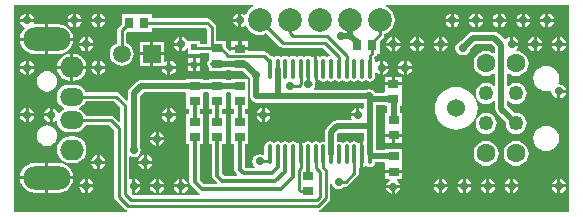
<source format=gtl>
%FSTAX23Y23*%
%MOIN*%
%SFA1B1*%

%IPPOS*%
%ADD14C,0.011810*%
%ADD15C,0.010000*%
%ADD16R,0.037400X0.027560*%
%ADD17R,0.027560X0.037400*%
%ADD18R,0.019680X0.023620*%
%ADD19O,0.015750X0.064960*%
%ADD36C,0.078740*%
%ADD37C,0.019680*%
%ADD38C,0.013780*%
%ADD39C,0.059060*%
%ADD40R,0.059060X0.059060*%
%ADD41C,0.062990*%
%ADD42C,0.049210*%
%ADD43C,0.060000*%
%ADD44O,0.078740X0.068900*%
%ADD45O,0.078740X0.059060*%
%ADD46O,0.157480X0.078740*%
%ADD47C,0.027560*%
%ADD48C,0.050000*%
%LNmidi_stick-1*%
%LPD*%
G36*
X03549Y03275D02*
X03545Y03273D01*
X03534Y03265*
X03526Y03254*
X03524Y03248*
X03518Y03247*
X03513Y0325*
X03508Y03251*
Y03228*
Y03205*
X03513Y03205*
X03519Y0321*
X03525Y03209*
X03526Y03205*
X03534Y03194*
X03545Y03186*
X03557Y03181*
X0357Y0318*
X03582Y03181*
X03592Y03185*
X03636Y03141*
X03641Y03138*
X03647Y03137*
X03781*
X03804Y03114*
X03802Y03109*
X03801Y03109*
X03795Y03105*
X03789Y03109*
X03782Y0311*
X03775Y03109*
X0377Y03105*
X03764Y03109*
X03762Y03109*
Y03067*
X03752*
Y03109*
X0375Y03109*
X03744Y03105*
X03738Y03109*
X03731Y0311*
X03724Y03109*
X03718Y03105*
X03713Y03109*
X03706Y0311*
X03699Y03109*
X03693Y03105*
X03687Y03109*
X0368Y0311*
X03673Y03109*
X03667Y03105*
X03661Y03109*
X03654Y0311*
X03647Y03109*
X03642Y03105*
X03636Y03109*
X03629Y0311*
X03622Y03109*
X03616Y03105*
X0361Y03109*
X03606Y03109*
X03595Y0312*
X0359Y03124*
X03585Y03125*
X03531*
Y03129*
X03474*
Y03129*
X03469Y03127*
X03456Y03139*
Y03159*
X03425*
Y03205*
X03424Y0321*
X03421Y03215*
X03406Y0323*
X03401Y03234*
X03395Y03235*
X03209*
Y03248*
X03163*
X03161*
X03158*
X03156*
X0311*
Y03217*
X03099Y03206*
X03095Y03201*
X03094Y03195*
Y03153*
X0309Y03151*
X03081Y03145*
X03075Y03137*
X03071Y03127*
X0307Y03117*
X03071Y03106*
X03075Y03097*
X03081Y03088*
X0309Y03082*
X03099Y03078*
X0311Y03077*
X0312Y03078*
X03129Y03082*
X03138Y03088*
X03144Y03097*
X03148Y03106*
X03149Y03117*
X03148Y03127*
X03144Y03137*
X03138Y03145*
X03129Y03151*
X03125Y03153*
Y03187*
X03129Y03191*
X03156*
X03158*
X03161*
X03163*
X03209*
Y03204*
X03389*
X03395Y03198*
Y0315*
X03372*
Y03161*
X03333*
X03332*
X03327Y03161*
X03324Y03166*
X03316Y03172*
X03312Y03172*
Y03149*
Y03126*
X03316Y03127*
X03324Y03132*
X03327Y03137*
X03332Y03136*
Y03117*
X03372*
Y0312*
X03399*
Y03113*
Y03111*
Y03108*
Y03096*
X03396Y03092*
X03394Y03084*
X03396Y03076*
X03399Y03071*
Y0306*
X03456*
Y03064*
X03474*
Y03059*
X03515*
X03535Y03039*
X03536Y03035*
X03538Y03032*
Y02975*
X03539Y02967*
X03544Y0296*
X0355Y02956*
X03558Y02954*
X03916*
Y02935*
X03911Y02932*
X03906Y02935*
X03902Y02936*
Y02913*
X03897*
Y02908*
X03874*
X03875Y02904*
X03877Y029*
X03875Y02895*
X03826*
X03818Y02893*
X03811Y02889*
X03794Y02871*
X03789Y02865*
X03788Y02857*
Y02827*
X03784Y02824*
X03782Y02825*
X03775Y02823*
X0377Y02819*
X03764Y02823*
X03757Y02825*
X0375Y02823*
X03744Y02819*
X03738Y02823*
X03731Y02825*
X03724Y02823*
X03718Y02819*
X03713Y02823*
X03711Y02824*
Y02782*
X03701*
Y02824*
X03699Y02823*
X03693Y02819*
X03687Y02823*
X0368Y02825*
X03673Y02823*
X03667Y02819*
X03661Y02823*
X03654Y02825*
X03647Y02823*
X03642Y02819*
X03636Y02823*
X03629Y02825*
X03622Y02823*
X03616Y02819*
X0361Y02823*
X03603Y02825*
X03596Y02823*
X0359Y02819*
X03586Y02813*
X03585Y02806*
Y02782*
X03581Y02779*
X03579Y02781*
X0357Y02782*
X0356Y02781*
X03552Y02775*
X03547Y02767*
X03545Y02758*
X03547Y02749*
X03552Y02741*
X03553Y02741*
X03552Y02736*
X03523*
X0352Y02738*
Y02816*
X03531*
Y02862*
Y02864*
Y02867*
Y02869*
Y02915*
X0352*
Y02934*
X03531*
Y0298*
Y02982*
Y02985*
Y02987*
Y03033*
X03474*
Y03029*
X03456*
Y03033*
X03399*
Y03029*
X03381*
Y03033*
X03324*
Y03029*
X03174*
X03166Y03028*
X0316Y03023*
X03135Y02999*
X03131Y02992*
X03129Y02985*
Y02963*
X03125Y02961*
X03101Y02985*
X03096Y02988*
X0309Y02989*
X02989*
X02987Y02994*
X02981Y03002*
X02972Y03008*
X02963Y03012*
X02952Y03014*
X02933*
X02922Y03012*
X02913Y03008*
X02905Y03002*
X02898Y02994*
X02894Y02984*
X02893Y02974*
X02894Y02964*
X02898Y02954*
X02905Y02946*
X02913Y02939*
X02918Y02937*
Y02932*
X02913Y0293*
X02905Y02923*
X02902Y02919*
X02896Y02921*
X02896Y02922*
X02891Y0293*
X02883Y02935*
X02879Y02936*
Y02913*
Y0289*
X02883Y0289*
X02888Y02894*
X02893Y02892*
X02894Y02885*
X02898Y02875*
X02905Y02867*
X02913Y02861*
X02922Y02857*
X02933Y02855*
X02952*
X02963Y02857*
X02972Y02861*
X02981Y02867*
X02987Y02875*
X02989Y0288*
X03068*
X03084Y02863*
Y0264*
X03085Y02634*
X03089Y02629*
X03119Y02599*
X03124Y02595*
X03128Y02595*
X03128Y0259*
X0275*
Y0328*
X03548*
X03549Y03275*
G37*
G36*
X04601Y0259D02*
X03766D01*
X03766Y02595*
X0377Y02595*
X03775Y02599*
X038Y02624*
X03804Y02629*
X03805Y02635*
Y02683*
X0381Y02684*
X0381Y0268*
X03816Y02672*
X03824Y02667*
X03833Y02665*
X03842Y02667*
X0385Y02672*
X03851Y02674*
X03856*
X03862Y02675*
X03867Y02679*
X03895Y02708*
X03899Y02713*
X039Y02718*
Y02737*
X03905Y0274*
X03905Y0274*
Y02782*
Y02824*
X03903Y02823*
X03897Y02819*
X03892Y02823*
X03885Y02825*
X03878Y02823*
X03872Y02819*
X03866Y02823*
X03859Y02825*
X03852Y02823*
X03846Y02819*
X0384Y02823*
X03833Y02825*
X03832Y02824*
X03828Y02827*
Y02849*
X03834Y02854*
X03916*
Y02827*
X03915Y02827*
Y02782*
Y0274*
X03917Y0274*
X03923Y02744*
X03929Y0274*
X03936Y02739*
X03943Y0274*
X03949Y02744*
X03953Y0275*
X03954Y02755*
X03983*
X03987Y02751*
Y02748*
Y02746*
Y02729*
X04016*
X04044*
Y02746*
Y02748*
Y02751*
Y02753*
Y02799*
X03987*
Y02795*
X03956*
Y02875*
Y02946*
X03987*
Y02942*
X03995*
Y0292*
X03987*
Y02874*
Y02872*
Y02869*
Y02867*
Y0285*
X04016*
X04044*
Y02867*
Y02869*
Y02872*
Y02874*
Y0292*
X04036*
Y02942*
X04044*
Y02988*
Y0299*
Y02993*
Y02995*
Y03012*
X03987*
Y02995*
Y02993*
Y0299*
X03982Y02986*
X03955*
X03952Y02992*
X03944Y02997*
X03935Y02999*
X03925Y02997*
X03922Y02995*
X03752*
X0375Y03*
X03754Y03005*
X03755Y03015*
X03754Y0302*
X03755Y03021*
X03758Y03025*
X03764Y03026*
X0377Y0303*
X03775Y03026*
X03782Y03024*
X03789Y03026*
X03795Y0303*
X03801Y03026*
X03808Y03024*
X03815Y03026*
X03821Y0303*
X03827Y03026*
X03833Y03024*
X0384Y03026*
X03846Y0303*
X03852Y03026*
X03859Y03024*
X03866Y03026*
X03872Y0303*
X03878Y03026*
X03885Y03024*
X03892Y03026*
X03897Y0303*
X03903Y03026*
X0391Y03024*
X03917Y03026*
X03923Y0303*
X03929Y03026*
X03936Y03024*
X03943Y03026*
X03949Y0303*
X03953Y03036*
X03954Y03043*
Y03052*
X03955Y03052*
X03959Y03053*
X03967Y03048*
X03971Y03047*
Y0307*
Y03094*
X03967Y03093*
X03959Y03088*
X03955Y03089*
X03954Y03089*
Y03092*
X03953Y03099*
X03951Y03101*
Y03105*
X03956Y03109*
X03959Y03114*
X0396Y03116*
X03969*
Y03157*
X0398Y03168*
X03984Y03173*
X03985Y03179*
Y03182*
X03994Y03186*
X04005Y03194*
X04013Y03205*
X04018Y03217*
X04019Y0323*
X04018Y03242*
X04013Y03254*
X04005Y03265*
X03994Y03273*
X0399Y03275*
X03991Y0328*
X04601*
Y0259*
G37*
G36*
X03104Y02938D02*
Y02893D01*
X031Y02891*
X03085Y02906*
X0308Y02909*
X03074Y0291*
X02989*
X02987Y02915*
X02981Y02923*
X02972Y0293*
X02967Y02932*
Y02937*
X02972Y02939*
X02981Y02946*
X02987Y02954*
X02989Y02959*
X03084*
X03104Y02938*
G37*
G36*
X03324Y02985D02*
Y02982D01*
Y0298*
Y02934*
X03335*
Y02915*
X03324*
Y02869*
Y02867*
Y02864*
Y02862*
Y02816*
X03335*
Y0269*
X03337Y02683*
X03341Y02677*
X03366Y02652*
X03369Y0265*
X03368Y02645*
X03146*
X03142Y02649*
X03144Y02653*
Y02677*
Y027*
X0314Y02699*
X03139Y02699*
X03135Y02701*
Y02773*
X03139Y02775*
X0314Y02774*
X0315Y02772*
X03159Y02774*
X03167Y0278*
X03172Y02787*
X03174Y02797*
X03172Y02806*
X0317Y02809*
Y02976*
X03183Y02989*
X0332*
X03324Y02985*
G37*
G36*
X03474D02*
Y02982D01*
Y0298*
Y02934*
X03485*
Y02915*
X03474*
Y02869*
Y02867*
Y02864*
Y02862*
Y02816*
X03485*
Y02731*
X03487Y02725*
X03491Y02719*
X03495Y02714*
X03493Y0271*
X03453*
X03445Y02717*
Y02816*
X03456*
Y02862*
Y02864*
Y02867*
Y02869*
Y02915*
X03445*
Y02934*
X03456*
Y0298*
Y02982*
Y02985*
X0346Y02989*
X0347*
X03474Y02985*
G37*
G36*
X03399D02*
Y02982D01*
Y0298*
Y02934*
X0341*
Y02915*
X03399*
Y02869*
Y02867*
Y02864*
Y02862*
Y02816*
X0341*
Y0271*
X03412Y02704*
X03416Y02698*
X03427Y02686*
X03425Y02682*
X03385*
X0337Y02697*
Y02816*
X03381*
Y02862*
Y02864*
Y02867*
Y02869*
Y02915*
X0337*
Y02934*
X03381*
Y0298*
Y02982*
Y02985*
X03385Y02989*
X03395*
X03399Y02985*
G37*
%LNmidi_stick-2*%
%LPC*%
G36*
X03498Y03251D02*
X03494Y0325D01*
X03486Y03245*
X03481Y03237*
X0348Y03233*
X03498*
Y03251*
G37*
G36*
X03036D02*
Y03233D01*
X03054*
X03053Y03237*
X03048Y03245*
X0304Y0325*
X03036Y03251*
G37*
G36*
X03026D02*
X03022Y0325D01*
X03014Y03245*
X03009Y03237*
X03008Y03233*
X03026*
Y03251*
G37*
G36*
X02957D02*
Y03233D01*
X02976*
X02975Y03237*
X02969Y03245*
X02962Y0325*
X02957Y03251*
G37*
G36*
X02947D02*
X02943Y0325D01*
X02935Y03245*
X0293Y03237*
X02929Y03233*
X02947*
Y03251*
G37*
G36*
X028D02*
Y03233D01*
X02818*
X02817Y03237*
X02812Y03245*
X02804Y0325*
X028Y03251*
G37*
G36*
X0279D02*
X02786Y0325D01*
X02778Y03245*
X02772Y03237*
X02772Y03233*
X0279*
Y03251*
G37*
G36*
X03498Y03223D02*
X0348D01*
X03481Y03219*
X03486Y03211*
X03494Y03205*
X03498Y03205*
Y03223*
G37*
G36*
X03054D02*
X03036D01*
Y03205*
X0304Y03205*
X03048Y03211*
X03053Y03219*
X03054Y03223*
G37*
G36*
X03026D02*
X03008D01*
X03009Y03219*
X03014Y03211*
X03022Y03205*
X03026Y03205*
Y03223*
G37*
G36*
X02976D02*
X02957D01*
Y03205*
X02962Y03205*
X02969Y03211*
X02975Y03219*
X02976Y03223*
G37*
G36*
X02947D02*
X02929D01*
X0293Y03219*
X02935Y03211*
X02943Y03205*
X02947Y03205*
Y03223*
G37*
G36*
X02899Y03215D02*
X02865D01*
Y0317*
X02948*
X02947Y03178*
X02942Y0319*
X02935Y032*
X02924Y03208*
X02912Y03213*
X02899Y03215*
G37*
G36*
X02818Y03223D02*
X02772D01*
X02772Y03219*
X02778Y03211*
X02785Y03206*
X02786Y03201*
X02785Y032*
X02777Y0319*
X02772Y03178*
X02771Y0317*
X02855*
Y03215*
X02821*
X0282Y03215*
X02817Y03219*
X02818Y03223*
G37*
G36*
X03302Y03172D02*
X03297Y03172D01*
X03289Y03166*
X03284Y03158*
X03283Y03154*
X03302*
Y03172*
G37*
G36*
X02997D02*
Y03154D01*
X03015*
X03014Y03158*
X03009Y03166*
X03001Y03172*
X02997Y03172*
G37*
G36*
X02987D02*
X02982Y03172D01*
X02974Y03166*
X02969Y03158*
X02968Y03154*
X02987*
Y03172*
G37*
G36*
X03531Y03158D02*
X03508D01*
Y03139*
X03531*
Y03158*
G37*
G36*
X03498D02*
X03474D01*
Y03139*
X03498*
Y03158*
G37*
G36*
X03302Y03144D02*
X03283D01*
X03284Y0314*
X03289Y03132*
X03297Y03127*
X03302Y03126*
Y03144*
G37*
G36*
X03015D02*
X02997D01*
Y03126*
X03001Y03127*
X03009Y03132*
X03014Y0314*
X03015Y03144*
G37*
G36*
X02987D02*
X02968D01*
X02969Y0314*
X02974Y03132*
X02982Y03127*
X02987Y03126*
Y03144*
G37*
G36*
X03249Y03156D02*
X03215D01*
Y03122*
X03249*
Y03156*
G37*
G36*
X03205D02*
X0317D01*
Y03122*
X03205*
Y03156*
G37*
G36*
X02948Y0316D02*
X02865D01*
Y03115*
X02899*
X02912Y03117*
X02924Y03122*
X02935Y0313*
X02942Y0314*
X02947Y03152*
X02948Y0316*
G37*
G36*
X02855D02*
X02771D01*
X02772Y03152*
X02777Y0314*
X02785Y0313*
X02796Y03122*
X02808Y03117*
X02821Y03115*
X02855*
Y0316*
G37*
G36*
X03372Y03102D02*
X03357D01*
Y03085*
X03372*
Y03102*
G37*
G36*
X03347D02*
X03332D01*
Y03085*
X03347*
Y03102*
G37*
G36*
X02948Y03117D02*
Y03077D01*
X02992*
X02991Y03084*
X02986Y03095*
X02979Y03104*
X0297Y03111*
X02959Y03116*
X02948Y03117*
G37*
G36*
X02938D02*
X02926Y03116D01*
X02915Y03111*
X02906Y03104*
X02899Y03095*
X02894Y03084*
X02894Y03077*
X02938*
Y03117*
G37*
G36*
X03205Y03112D02*
X0317D01*
Y03077*
X03205*
Y03112*
G37*
G36*
X03272Y03094D02*
Y03075D01*
X0329*
X0329Y0308*
X03284Y03088*
X03277Y03093*
X03272Y03094*
G37*
G36*
X03249Y03112D02*
X03215D01*
Y03077*
X0324*
X03242Y03075*
X03262*
Y03094*
X03258Y03093*
X03254Y0309*
X03249Y03093*
Y03112*
G37*
G36*
X03036Y03094D02*
Y03075D01*
X03054*
X03053Y0308*
X03048Y03088*
X0304Y03093*
X03036Y03094*
G37*
G36*
X03026D02*
X03022Y03093D01*
X03014Y03088*
X03009Y0308*
X03008Y03075*
X03026*
Y03094*
G37*
G36*
X028D02*
Y03075D01*
X02818*
X02817Y0308*
X02812Y03088*
X02804Y03093*
X028Y03094*
G37*
G36*
X0279D02*
X02786Y03093D01*
X02778Y03088*
X02772Y0308*
X02772Y03075*
X0279*
Y03094*
G37*
G36*
X03372Y03075D02*
X03357D01*
Y03058*
X03372*
Y03075*
G37*
G36*
X03347D02*
X03332D01*
Y03058*
X03347*
Y03075*
G37*
G36*
X0329Y03065D02*
X03272D01*
Y03047*
X03277Y03048*
X03284Y03053*
X0329Y03061*
X0329Y03065*
G37*
G36*
X03262D02*
X03244D01*
X03245Y03061*
X0325Y03053*
X03258Y03048*
X03262Y03047*
Y03065*
G37*
G36*
X03054D02*
X03036D01*
Y03047*
X0304Y03048*
X03048Y03053*
X03053Y03061*
X03054Y03065*
G37*
G36*
X03026D02*
X03008D01*
X03009Y03061*
X03014Y03053*
X03022Y03048*
X03026Y03047*
Y03065*
G37*
G36*
X02818D02*
X028D01*
Y03047*
X02804Y03048*
X02812Y03053*
X02817Y03061*
X02818Y03065*
G37*
G36*
X0279D02*
X02772D01*
X02772Y03061*
X02778Y03053*
X02786Y03048*
X0279Y03047*
Y03065*
G37*
G36*
X02992Y03067D02*
X02948D01*
Y03027*
X02959Y03029*
X0297Y03033*
X02979Y03041*
X02986Y0305*
X02991Y03061*
X02992Y03067*
G37*
G36*
X02938D02*
X02894D01*
X02894Y03061*
X02899Y0305*
X02906Y03041*
X02915Y03033*
X02926Y03029*
X02938Y03027*
Y03067*
G37*
G36*
X0286Y03059D02*
X02851Y03058D01*
X02843Y03054*
X02836Y03049*
X02831Y03042*
X02827Y03034*
X02826Y03025*
X02827Y03016*
X02831Y03008*
X02836Y03001*
X02843Y02996*
X02851Y02992*
X0286Y02991*
X02869Y02992*
X02877Y02996*
X02884Y03001*
X02889Y03008*
X02893Y03016*
X02894Y03025*
X02893Y03034*
X02889Y03042*
X02884Y03049*
X02877Y03054*
X02869Y03058*
X0286Y03059*
G37*
G36*
X03892Y02936D02*
X03888Y02935D01*
X0388Y0293*
X03875Y02922*
X03874Y02918*
X03892*
Y02936*
G37*
G36*
X03587D02*
Y02918D01*
X03605*
X03605Y02922*
X03599Y0293*
X03591Y02935*
X03587Y02936*
G37*
G36*
X03577D02*
X03573Y02935D01*
X03565Y0293*
X0356Y02922*
X03559Y02918*
X03577*
Y02936*
G37*
G36*
X02869D02*
X02864Y02935D01*
X02856Y0293*
X02851Y02922*
X0285Y02918*
X02869*
Y02936*
G37*
G36*
X028D02*
Y02918D01*
X02818*
X02817Y02922*
X02812Y0293*
X02804Y02935*
X028Y02936*
G37*
G36*
X0279D02*
X02786Y02935D01*
X02778Y0293*
X02772Y02922*
X02772Y02918*
X0279*
Y02936*
G37*
G36*
X03605Y02908D02*
X03587D01*
Y0289*
X03591Y0289*
X03599Y02896*
X03605Y02904*
X03605Y02908*
G37*
G36*
X03577D02*
X03559D01*
X0356Y02904*
X03565Y02896*
X03573Y0289*
X03577Y0289*
Y02908*
G37*
G36*
X02869D02*
X0285D01*
X02851Y02904*
X02856Y02896*
X02864Y0289*
X02869Y0289*
Y02908*
G37*
G36*
X02818D02*
X028D01*
Y0289*
X02804Y0289*
X02812Y02896*
X02817Y02904*
X02818Y02908*
G37*
G36*
X0279D02*
X02772D01*
X02772Y02904*
X02778Y02896*
X02786Y0289*
X0279Y0289*
Y02908*
G37*
G36*
X0286Y02878D02*
X02851Y02877D01*
X02843Y02873*
X02836Y02868*
X02831Y02861*
X02827Y02853*
X02826Y02844*
X02827Y02835*
X02831Y02827*
X02836Y0282*
X02843Y02815*
X02851Y02811*
X0286Y0281*
X02869Y02811*
X02877Y02815*
X02884Y0282*
X02889Y02827*
X02893Y02835*
X02894Y02844*
X02893Y02853*
X02889Y02861*
X02884Y02868*
X02877Y02873*
X02869Y02877*
X0286Y02878*
G37*
G36*
X03036Y02779D02*
Y0276D01*
X03054*
X03053Y02765*
X03048Y02773*
X0304Y02778*
X03036Y02779*
G37*
G36*
X03026D02*
X03022Y02778D01*
X03014Y02773*
X03009Y02765*
X03008Y0276*
X03026*
Y02779*
G37*
G36*
X02948Y02842D02*
X02938D01*
X02926Y0284*
X02915Y02836*
X02906Y02828*
X02899Y02819*
X02894Y02808*
X02893Y02797*
X02894Y02785*
X02899Y02774*
X02906Y02765*
X02915Y02758*
X02926Y02753*
X02938Y02752*
X02948*
X02959Y02753*
X0297Y02758*
X02979Y02765*
X02986Y02774*
X02991Y02785*
X02992Y02797*
X02991Y02808*
X02986Y02819*
X02979Y02828*
X0297Y02836*
X02959Y0284*
X02948Y02842*
G37*
G36*
X03054Y0275D02*
X03036D01*
Y02732*
X0304Y02733*
X03048Y02738*
X03053Y02746*
X03054Y0275*
G37*
G36*
X03026D02*
X03008D01*
X03009Y02746*
X03014Y02738*
X03022Y02733*
X03026Y02732*
Y0275*
G37*
G36*
X02899Y02754D02*
X02865D01*
Y02709*
X02948*
X02947Y02717*
X02942Y02729*
X02935Y02739*
X02924Y02747*
X02912Y02752*
X02899Y02754*
G37*
G36*
X02855D02*
X02821D01*
X02808Y02752*
X02796Y02747*
X02785Y02739*
X02777Y02729*
X02772Y02717*
X02771Y02709*
X02855*
Y02754*
G37*
G36*
X02997Y027D02*
Y02682D01*
X03015*
X03014Y02686*
X03009Y02694*
X03001Y02699*
X02997Y027*
G37*
G36*
X02987D02*
X02982Y02699D01*
X02974Y02694*
X02969Y02686*
X02968Y02682*
X02987*
Y027*
G37*
G36*
X02948Y02699D02*
X02865D01*
Y02654*
X02899*
X02912Y02656*
X02924Y02661*
X02935Y02669*
X02942Y02679*
X02947Y02691*
X02948Y02699*
G37*
G36*
X02855D02*
X02771D01*
X02772Y02691*
X02777Y02679*
X02785Y02669*
X02796Y02661*
X02808Y02656*
X02821Y02654*
X02855*
Y02699*
G37*
G36*
X03015Y02672D02*
X02997D01*
Y02653*
X03001Y02654*
X03009Y0266*
X03014Y02667*
X03015Y02672*
G37*
G36*
X02987D02*
X02968D01*
X02969Y02667*
X02974Y0266*
X02982Y02654*
X02987Y02653*
Y02672*
G37*
G36*
X04532Y03251D02*
Y03233D01*
X0455*
X04549Y03237*
X04544Y03245*
X04536Y0325*
X04532Y03251*
G37*
G36*
X04522D02*
X04518Y0325D01*
X0451Y03245*
X04505Y03237*
X04504Y03233*
X04522*
Y03251*
G37*
G36*
X04453D02*
Y03233D01*
X04472*
X04471Y03237*
X04465Y03245*
X04458Y0325*
X04453Y03251*
G37*
G36*
X04443D02*
X04439Y0325D01*
X04431Y03245*
X04426Y03237*
X04425Y03233*
X04443*
Y03251*
G37*
G36*
X04375D02*
Y03233D01*
X04393*
X04392Y03237*
X04387Y03245*
X04379Y0325*
X04375Y03251*
G37*
G36*
X04365D02*
X0436Y0325D01*
X04352Y03245*
X04347Y03237*
X04346Y03233*
X04365*
Y03251*
G37*
G36*
X04296D02*
Y03233D01*
X04314*
X04313Y03237*
X04308Y03245*
X043Y0325*
X04296Y03251*
G37*
G36*
X04286D02*
X04282Y0325D01*
X04274Y03245*
X04268Y03237*
X04268Y03233*
X04286*
Y03251*
G37*
G36*
X04217D02*
Y03233D01*
X04235*
X04235Y03237*
X04229Y03245*
X04221Y0325*
X04217Y03251*
G37*
G36*
X04207D02*
X04203Y0325D01*
X04195Y03245*
X0419Y03237*
X04189Y03233*
X04207*
Y03251*
G37*
G36*
X0455Y03223D02*
X04532D01*
Y03205*
X04536Y03205*
X04544Y03211*
X04549Y03219*
X0455Y03223*
G37*
G36*
X04522D02*
X04504D01*
X04505Y03219*
X0451Y03211*
X04518Y03205*
X04522Y03205*
Y03223*
G37*
G36*
X04472D02*
X04453D01*
Y03205*
X04458Y03205*
X04465Y03211*
X04471Y03219*
X04472Y03223*
G37*
G36*
X04443D02*
X04425D01*
X04426Y03219*
X04431Y03211*
X04439Y03205*
X04443Y03205*
Y03223*
G37*
G36*
X04393D02*
X04375D01*
Y03205*
X04379Y03205*
X04387Y03211*
X04392Y03219*
X04393Y03223*
G37*
G36*
X04365D02*
X04346D01*
X04347Y03219*
X04352Y03211*
X0436Y03205*
X04365Y03205*
Y03223*
G37*
G36*
X04314D02*
X04296D01*
Y03205*
X043Y03205*
X04308Y03211*
X04313Y03219*
X04314Y03223*
G37*
G36*
X04286D02*
X04268D01*
X04268Y03219*
X04274Y03211*
X04282Y03205*
X04286Y03205*
Y03223*
G37*
G36*
X04235D02*
X04217D01*
Y03205*
X04221Y03205*
X04229Y03211*
X04235Y03219*
X04235Y03223*
G37*
G36*
X04207D02*
X04189D01*
X0419Y03219*
X04195Y03211*
X04203Y03205*
X04207Y03205*
Y03223*
G37*
G36*
X04571Y03172D02*
Y03154D01*
X0459*
X04589Y03158*
X04584Y03166*
X04576Y03172*
X04571Y03172*
G37*
G36*
X04561D02*
X04557Y03172D01*
X04549Y03166*
X04544Y03158*
X04543Y03154*
X04561*
Y03172*
G37*
G36*
X04493D02*
Y03154D01*
X04511*
X0451Y03158*
X04505Y03166*
X04497Y03172*
X04493Y03172*
G37*
G36*
X04483D02*
X04478Y03172D01*
X04471Y03166*
X04465Y03158*
X04464Y03154*
X04483*
Y03172*
G37*
G36*
X04414D02*
Y03154D01*
X04432*
X04431Y03158*
X04426Y03166*
X04418Y03172*
X04414Y03172*
G37*
G36*
X04178D02*
Y03154D01*
X04196*
X04195Y03158*
X0419Y03166*
X04182Y03172*
X04178Y03172*
G37*
G36*
X04168D02*
X04163Y03172D01*
X04156Y03166*
X0415Y03158*
X04149Y03154*
X04168*
Y03172*
G37*
G36*
X04099D02*
Y03154D01*
X04117*
X04116Y03158*
X04111Y03166*
X04103Y03172*
X04099Y03172*
G37*
G36*
X04089D02*
X04085Y03172D01*
X04077Y03166*
X04072Y03158*
X04071Y03154*
X04089*
Y03172*
G37*
G36*
X0402D02*
Y03154D01*
X04039*
X04038Y03158*
X04032Y03166*
X04025Y03172*
X0402Y03172*
G37*
G36*
X0401D02*
X04006Y03172D01*
X03998Y03166*
X03993Y03158*
X03992Y03154*
X0401*
Y03172*
G37*
G36*
X0459Y03144D02*
X04571D01*
Y03126*
X04576Y03127*
X04584Y03132*
X04589Y0314*
X0459Y03144*
G37*
G36*
X04561D02*
X04543D01*
X04544Y0314*
X04549Y03132*
X04557Y03127*
X04561Y03126*
Y03144*
G37*
G36*
X04511D02*
X04493D01*
Y03126*
X04497Y03127*
X04505Y03132*
X0451Y0314*
X04511Y03144*
G37*
G36*
X04483D02*
X04464D01*
X04465Y0314*
X04471Y03132*
X04478Y03127*
X04483Y03126*
Y03144*
G37*
G36*
X04196D02*
X04178D01*
Y03126*
X04182Y03127*
X0419Y03132*
X04195Y0314*
X04196Y03144*
G37*
G36*
X04168D02*
X04149D01*
X0415Y0314*
X04156Y03132*
X04163Y03127*
X04168Y03126*
Y03144*
G37*
G36*
X04117D02*
X04099D01*
Y03126*
X04103Y03127*
X04111Y03132*
X04116Y0314*
X04117Y03144*
G37*
G36*
X04089D02*
X04071D01*
X04072Y0314*
X04077Y03132*
X04085Y03127*
X04089Y03126*
Y03144*
G37*
G36*
X04039D02*
X0402D01*
Y03126*
X04025Y03127*
X04032Y03132*
X04038Y0314*
X04039Y03144*
G37*
G36*
X0401D02*
X03992D01*
X03993Y0314*
X03998Y03132*
X04006Y03127*
X0401Y03126*
Y03144*
G37*
G36*
X04352Y0319D02*
X04279D01*
X04272Y03188*
X04265Y03184*
X04241Y0316*
X04237Y03159*
X04229Y03154*
X04224Y03146*
X04222Y03137*
X04224Y03127*
X04229Y03119*
X04237Y03114*
X04246Y03112*
X04256Y03114*
X04264Y03119*
X04269Y03127*
X0427Y03131*
X04288Y03149*
X04344*
X04354Y03139*
Y0312*
X04349Y03118*
X04345Y03121*
X04335Y03125*
X04325Y03126*
X04314Y03125*
X04304Y03121*
X04295Y03114*
X04288Y03105*
X04284Y03095*
X04283Y03085*
X04284Y03074*
X04288Y03064*
X04295Y03055*
X04304Y03048*
X04314Y03044*
X04325Y03043*
X04335Y03044*
X04345Y03048*
X04349Y03051*
X04354Y03049*
Y0301*
X0435Y03009*
X04349Y03009*
X04342Y03015*
X04334Y03018*
X04325Y03019*
X04315Y03018*
X04307Y03015*
X043Y03009*
X04294Y03002*
X04291Y02994*
X0429Y02985*
X04291Y02975*
X04294Y02967*
X043Y0296*
X04307Y02954*
X04315Y02951*
X04325Y0295*
X04334Y02951*
X04342Y02954*
X04349Y0296*
X0435Y0296*
X04354Y02959*
Y02934*
X04356Y02927*
X0436Y0292*
X0439Y0289*
X0439Y02885*
X04391Y02875*
X04394Y02867*
X044Y0286*
X04407Y02854*
X04415Y02851*
X04425Y0285*
X04434Y02851*
X04442Y02854*
X04449Y0286*
X04455Y02867*
X04458Y02875*
X04459Y02885*
X04458Y02894*
X04455Y02902*
X04449Y02909*
X04442Y02915*
X04434Y02918*
X04425Y02919*
X04419Y02919*
X04395Y02943*
Y02959*
X044Y0296*
X044Y0296*
X04407Y02954*
X04415Y02951*
X04425Y0295*
X04434Y02951*
X04442Y02954*
X04449Y0296*
X04455Y02967*
X04458Y02975*
X04459Y02985*
X04458Y02994*
X04455Y03002*
X04449Y03009*
X04442Y03015*
X04434Y03018*
X04425Y03019*
X04415Y03018*
X04407Y03015*
X044Y03009*
X044Y03009*
X04395Y0301*
Y03049*
X044Y03051*
X04404Y03048*
X04414Y03044*
X04425Y03043*
X04435Y03044*
X04445Y03048*
X04454Y03055*
X04461Y03064*
X04465Y03074*
X04466Y03085*
X04465Y03095*
X04461Y03105*
X04454Y03114*
X04445Y03121*
X04435Y03125*
X04426Y03126*
X04425Y03131*
X04426Y03132*
X04431Y0314*
X04432Y03144*
X04409*
Y03149*
X04404*
Y03172*
X044Y03172*
X04392Y03166*
X04391Y03165*
X04386Y03165*
X04367Y03184*
X0436Y03188*
X04352Y0319*
G37*
G36*
X0406Y03094D02*
Y03075D01*
X04078*
X04077Y0308*
X04072Y03088*
X04064Y03093*
X0406Y03094*
G37*
G36*
X0405D02*
X04045Y03093D01*
X04037Y03088*
X04032Y0308*
X04031Y03075*
X0405*
Y03094*
G37*
G36*
X03981D02*
Y03075D01*
X03999*
X03998Y0308*
X03993Y03088*
X03985Y03093*
X03981Y03094*
G37*
G36*
X04078Y03065D02*
X0406D01*
Y03047*
X04064Y03048*
X04072Y03053*
X04077Y03061*
X04078Y03065*
G37*
G36*
X0405D02*
X04031D01*
X04032Y03061*
X04037Y03053*
X04045Y03048*
X0405Y03047*
Y03065*
G37*
G36*
X03999D02*
X03981D01*
Y03047*
X03985Y03048*
X03993Y03053*
X03998Y03061*
X03999Y03065*
G37*
G36*
X04044Y03041D02*
X0402D01*
Y03022*
X04044*
Y03041*
G37*
G36*
X0401D02*
X03987D01*
Y03022*
X0401*
Y03041*
G37*
G36*
X0459Y02987D02*
X04571D01*
Y02968*
X04576Y02969*
X04584Y02974*
X04589Y02982*
X0459Y02987*
G37*
G36*
X04525Y03077D02*
X04514Y03076D01*
X04503Y03071*
X04494Y03065*
X04488Y03056*
X04484Y03045*
X04482Y03035*
X04484Y03024*
X04488Y03013*
X04494Y03004*
X04503Y02998*
X04514Y02994*
X04525Y02992*
X04535Y02994*
X04538Y02995*
X0454Y02994*
X04542Y02991*
X04544Y02982*
X04549Y02974*
X04557Y02969*
X04561Y02968*
Y02992*
X04566*
Y02997*
X0459*
X04589Y03001*
X04584Y03009*
X04576Y03014*
X04568Y03016*
X04564Y0302*
X04566Y03024*
X04567Y03035*
X04566Y03045*
X04561Y03056*
X04555Y03065*
X04546Y03071*
X04535Y03076*
X04525Y03077*
G37*
G36*
X04225Y03006D02*
X04211Y03005D01*
X04197Y03*
X04185Y02994*
X04174Y02985*
X04165Y02974*
X04159Y02962*
X04155Y02948*
X04153Y02935*
X04155Y02921*
X04159Y02907*
X04165Y02895*
X04174Y02884*
X04185Y02875*
X04197Y02869*
X04211Y02865*
X04225Y02863*
X04238Y02865*
X04252Y02869*
X04264Y02875*
X04275Y02884*
X04284Y02895*
X0429Y02907*
X04295Y02921*
X04296Y02935*
X04295Y02948*
X0429Y02962*
X04284Y02974*
X04275Y02985*
X04264Y02994*
X04252Y03*
X04238Y03005*
X04225Y03006*
G37*
G36*
X04325Y02919D02*
X04315Y02918D01*
X04307Y02915*
X043Y02909*
X04294Y02902*
X04291Y02894*
X0429Y02885*
X04291Y02875*
X04294Y02867*
X043Y0286*
X04307Y02854*
X04315Y02851*
X04325Y0285*
X04334Y02851*
X04342Y02854*
X04349Y0286*
X04355Y02867*
X04358Y02875*
X04359Y02885*
X04358Y02894*
X04355Y02902*
X04349Y02909*
X04342Y02915*
X04334Y02918*
X04325Y02919*
G37*
G36*
X04044Y0284D02*
X04021D01*
Y02821*
X04044*
Y0284*
G37*
G36*
X04011D02*
X03987D01*
Y02821*
X04011*
Y0284*
G37*
G36*
X04525Y02877D02*
X04514Y02876D01*
X04503Y02871*
X04494Y02865*
X04488Y02856*
X04484Y02845*
X04482Y02835*
X04484Y02824*
X04488Y02813*
X04494Y02804*
X04503Y02798*
X04514Y02794*
X04525Y02792*
X04535Y02794*
X04546Y02798*
X04555Y02804*
X04561Y02813*
X04566Y02824*
X04567Y02835*
X04566Y02845*
X04561Y02856*
X04555Y02865*
X04546Y02871*
X04535Y02876*
X04525Y02877*
G37*
G36*
X04425Y02826D02*
X04414Y02825D01*
X04404Y02821*
X04395Y02814*
X04388Y02805*
X04384Y02795*
X04383Y02785*
X04384Y02774*
X04388Y02764*
X04395Y02755*
X04404Y02748*
X04414Y02744*
X04425Y02743*
X04435Y02744*
X04445Y02748*
X04454Y02755*
X04461Y02764*
X04465Y02774*
X04466Y02785*
X04465Y02795*
X04461Y02805*
X04454Y02814*
X04445Y02821*
X04435Y02825*
X04425Y02826*
G37*
G36*
X04325D02*
X04314Y02825D01*
X04304Y02821*
X04295Y02814*
X04288Y02805*
X04284Y02795*
X04283Y02785*
X04284Y02774*
X04288Y02764*
X04295Y02755*
X04304Y02748*
X04314Y02744*
X04325Y02743*
X04335Y02744*
X04345Y02748*
X04354Y02755*
X04361Y02764*
X04365Y02774*
X04366Y02785*
X04365Y02795*
X04361Y02805*
X04354Y02814*
X04345Y02821*
X04335Y02825*
X04325Y02826*
G37*
G36*
X04571Y027D02*
Y02682D01*
X0459*
X04589Y02686*
X04584Y02694*
X04576Y02699*
X04571Y027*
G37*
G36*
X04561D02*
X04557Y02699D01*
X04549Y02694*
X04544Y02686*
X04543Y02682*
X04561*
Y027*
G37*
G36*
X04414D02*
Y02682D01*
X04432*
X04431Y02686*
X04426Y02694*
X04418Y02699*
X04414Y027*
G37*
G36*
X04404D02*
X044Y02699D01*
X04392Y02694*
X04387Y02686*
X04386Y02682*
X04404*
Y027*
G37*
G36*
X04335D02*
Y02682D01*
X04353*
X04353Y02686*
X04347Y02694*
X04339Y02699*
X04335Y027*
G37*
G36*
X04325D02*
X04321Y02699D01*
X04313Y02694*
X04308Y02686*
X04307Y02682*
X04325*
Y027*
G37*
G36*
X04256D02*
Y02682D01*
X04275*
X04274Y02686*
X04269Y02694*
X04261Y02699*
X04256Y027*
G37*
G36*
X04246D02*
X04242Y02699D01*
X04234Y02694*
X04229Y02686*
X04228Y02682*
X04246*
Y027*
G37*
G36*
X04178D02*
Y02682D01*
X04196*
X04195Y02686*
X0419Y02694*
X04182Y02699*
X04178Y027*
G37*
G36*
X04168D02*
X04163Y02699D01*
X04156Y02694*
X0415Y02686*
X04149Y02682*
X04168*
Y027*
G37*
G36*
X04044Y02719D02*
X04016D01*
X03987*
Y027*
X04002*
X04003Y02695*
X03997Y02691*
X03992Y02683*
X03991Y02679*
X04038*
X04037Y02683*
X04032Y02691*
X04026Y02695*
X04027Y027*
X04044*
Y02719*
G37*
G36*
X0459Y02672D02*
X04571D01*
Y02653*
X04576Y02654*
X04584Y0266*
X04589Y02667*
X0459Y02672*
G37*
G36*
X04561D02*
X04543D01*
X04544Y02667*
X04549Y0266*
X04557Y02654*
X04561Y02653*
Y02672*
G37*
G36*
X04432D02*
X04414D01*
Y02653*
X04418Y02654*
X04426Y0266*
X04431Y02667*
X04432Y02672*
G37*
G36*
X04404D02*
X04386D01*
X04387Y02667*
X04392Y0266*
X044Y02654*
X04404Y02653*
Y02672*
G37*
G36*
X04353D02*
X04335D01*
Y02653*
X04339Y02654*
X04347Y0266*
X04353Y02667*
X04353Y02672*
G37*
G36*
X04325D02*
X04307D01*
X04308Y02667*
X04313Y0266*
X04321Y02654*
X04325Y02653*
Y02672*
G37*
G36*
X04275D02*
X04256D01*
Y02653*
X04261Y02654*
X04269Y0266*
X04274Y02667*
X04275Y02672*
G37*
G36*
X04246D02*
X04228D01*
X04229Y02667*
X04234Y0266*
X04242Y02654*
X04246Y02653*
Y02672*
G37*
G36*
X04196D02*
X04178D01*
Y02653*
X04182Y02654*
X0419Y0266*
X04195Y02667*
X04196Y02672*
G37*
G36*
X04168D02*
X04149D01*
X0415Y02667*
X04156Y0266*
X04163Y02654*
X04168Y02653*
Y02672*
G37*
G36*
X04038Y02669D02*
X0402D01*
Y02651*
X04024Y02652*
X04032Y02657*
X04037Y02665*
X04038Y02669*
G37*
G36*
X0401D02*
X03991D01*
X03992Y02665*
X03997Y02657*
X04005Y02652*
X0401Y02651*
Y02669*
G37*
G36*
X03272Y02936D02*
Y02918D01*
X0329*
X0329Y02922*
X03284Y0293*
X03277Y02935*
X03272Y02936*
G37*
G36*
X03262D02*
X03258Y02935D01*
X0325Y0293*
X03245Y02922*
X03244Y02918*
X03262*
Y02936*
G37*
G36*
X0329Y02908D02*
X03272D01*
Y0289*
X03277Y0289*
X03284Y02896*
X0329Y02904*
X0329Y02908*
G37*
G36*
X03262D02*
X03244D01*
X03245Y02904*
X0325Y02896*
X03258Y0289*
X03262Y0289*
Y02908*
G37*
G36*
X03233Y02857D02*
Y02839D01*
X03251*
X0325Y02843*
X03245Y02851*
X03237Y02857*
X03233Y02857*
G37*
G36*
X03223D02*
X03219Y02857D01*
X03211Y02851*
X03205Y02843*
X03205Y02839*
X03223*
Y02857*
G37*
G36*
X03251Y02829D02*
X03233D01*
Y02811*
X03237Y02812*
X03245Y02817*
X0325Y02825*
X03251Y02829*
G37*
G36*
X03223D02*
X03205D01*
X03205Y02825*
X03211Y02817*
X03219Y02812*
X03223Y02811*
Y02829*
G37*
G36*
X03193Y02779D02*
Y0276D01*
X03212*
X03211Y02765*
X03206Y02773*
X03198Y02778*
X03193Y02779*
G37*
G36*
X03183D02*
X03179Y02778D01*
X03171Y02773*
X03166Y02765*
X03165Y0276*
X03183*
Y02779*
G37*
G36*
X03212Y0275D02*
X03193D01*
Y02732*
X03198Y02733*
X03206Y02738*
X03211Y02746*
X03212Y0275*
G37*
G36*
X03183D02*
X03165D01*
X03166Y02746*
X03171Y02738*
X03179Y02733*
X03183Y02732*
Y0275*
G37*
G36*
X03312Y027D02*
Y02682D01*
X0333*
X03329Y02686*
X03324Y02694*
X03316Y02699*
X03312Y027*
G37*
G36*
X03302D02*
X03297Y02699D01*
X03289Y02694*
X03284Y02686*
X03283Y02682*
X03302*
Y027*
G37*
G36*
X03233D02*
Y02682D01*
X03251*
X0325Y02686*
X03245Y02694*
X03237Y02699*
X03233Y027*
G37*
G36*
X03223D02*
X03219Y02699D01*
X03211Y02694*
X03205Y02686*
X03205Y02682*
X03223*
Y027*
G37*
G36*
X03154D02*
Y02682D01*
X03172*
X03172Y02686*
X03166Y02694*
X03158Y02699*
X03154Y027*
G37*
G36*
X0333Y02672D02*
X03312D01*
Y02653*
X03316Y02654*
X03324Y0266*
X03329Y02667*
X0333Y02672*
G37*
G36*
X03302D02*
X03283D01*
X03284Y02667*
X03289Y0266*
X03297Y02654*
X03302Y02653*
Y02672*
G37*
G36*
X03251D02*
X03233D01*
Y02653*
X03237Y02654*
X03245Y0266*
X0325Y02667*
X03251Y02672*
G37*
G36*
X03223D02*
X03205D01*
X03205Y02667*
X03211Y0266*
X03219Y02654*
X03223Y02653*
Y02672*
G37*
G36*
X03172D02*
X03154D01*
Y02653*
X03158Y02654*
X03166Y0266*
X03172Y02667*
X03172Y02672*
G37*
%LNmidi_stick-3*%
%LPD*%
G54D14*
X03731Y0271D02*
Y02782D01*
G54D15*
X03833Y0269D02*
X03856D01*
X03885Y02718*
X03905Y02655D02*
Y0273D01*
Y02655D02*
X0391Y0265D01*
X03905Y0273D02*
X0391Y02735D01*
X0311Y03195D02*
X03134Y0322D01*
X0311Y03117D02*
Y03195D01*
X03787Y03152D02*
X03833Y03106D01*
X03647Y03152D02*
X03787D01*
X0357Y0323D02*
X03647Y03152D01*
X03795Y03175D02*
X03859Y0311D01*
X03681Y03175D02*
X03795D01*
X0367Y03186D02*
X03681Y03175D01*
X0367Y03186D02*
Y0323D01*
X03757Y03031D02*
X0377Y03018D01*
X03757Y03031D02*
Y03067D01*
X03731Y03023D02*
X03739Y03015D01*
X03731D02*
X03739D01*
X0312Y0265D02*
Y02945D01*
X0309Y02974D02*
X0312Y02945D01*
X02943Y02974D02*
X0309D01*
X031Y0264D02*
Y0287D01*
X03074Y02895D02*
X031Y0287D01*
X02943Y02895D02*
X03074D01*
X031Y0264D02*
X0313Y0261D01*
X03185Y0322D02*
X03395D01*
X0341Y03205*
Y0314D02*
Y03205D01*
Y0314D02*
X03415Y03135D01*
X03358D02*
X03415D01*
X03478Y03216D02*
X03505Y03189D01*
Y03134D02*
Y03189D01*
X03603Y03067D02*
Y03091D01*
X03585Y0311D02*
X03603Y03091D01*
X03465Y0311D02*
X03585D01*
X03439Y03135D02*
X03465Y0311D01*
X03415Y03135D02*
X03439D01*
X0367Y0323D02*
Y03245D01*
X0357Y0323D02*
Y03245D01*
Y02758D02*
X03603D01*
X03765Y0261D02*
X0379Y02635D01*
X0313Y0261D02*
X03765D01*
X0379Y02635D02*
Y0273D01*
X0376Y0263D02*
X0377Y0264D01*
X0314Y0263D02*
X0376D01*
X0312Y0265D02*
X0314Y0263D01*
X0377Y0264D02*
Y02724D01*
X03705Y02659D02*
X03731D01*
X037Y02665D02*
X03705Y02659D01*
X037Y02665D02*
Y0273D01*
X03603Y02758D02*
Y02782D01*
X03568Y0276D02*
X0357Y02758D01*
X03885Y02718D02*
Y02782D01*
X03672Y0301D02*
X037D01*
X03706Y03016*
X03731Y03023D02*
Y03067D01*
X03706Y03016D02*
Y03067D01*
X03355Y03139D02*
X03358Y03135D01*
X03936Y03067D02*
Y03111D01*
X03945Y0312*
Y03155*
X0397Y03179*
Y03245*
X03859Y03067D02*
Y0311D01*
X03833Y03067D02*
Y03106D01*
X03935Y0265D02*
X03936Y02649D01*
X0391Y0265D02*
X03935D01*
X037Y0273D02*
X03706Y02736D01*
Y02782*
X03782Y02737D02*
Y02782D01*
Y02737D02*
X0379Y0273D01*
X03757Y02737D02*
X0377Y02724D01*
X03757Y02737D02*
Y02782D01*
G54D16*
X03428Y02891D03*
Y0284D03*
X03353Y02891D03*
Y0284D03*
X03503Y02891D03*
Y0284D03*
X04016Y02775D03*
Y02724D03*
X03731Y0271D03*
Y02659D03*
X04016Y02896D03*
Y02845D03*
X04015Y02966D03*
Y03017D03*
X03428Y03084D03*
Y03135D03*
X03503Y03083D03*
Y03134D03*
Y03009D03*
Y02958D03*
X03428Y03009D03*
Y02958D03*
X03353Y03009D03*
Y02958D03*
G54D17*
X03945Y03145D03*
X03894D03*
X03185Y0322D03*
X03134D03*
G54D18*
X03352Y03139D03*
Y0308D03*
G54D19*
X03603Y02782D03*
X03629D03*
X03654D03*
X0368D03*
X03706D03*
X03731D03*
X03757D03*
X03782D03*
X03808D03*
X03833D03*
X03859D03*
X03885D03*
X0391D03*
X03936D03*
X03603Y03067D03*
X03629D03*
X03654D03*
X0368D03*
X03706D03*
X03731D03*
X03757D03*
X03782D03*
X03808D03*
X03833D03*
X03859D03*
X03885D03*
X0391D03*
X03936D03*
G54D36*
X0357Y0323D03*
X0367D03*
X0377D03*
X0387D03*
X0397D03*
G54D37*
X04279Y0317D02*
X04352D01*
X04246Y03137D02*
X04279Y0317D01*
X03943Y02966D02*
X04015D01*
X03936Y02973D02*
X03943Y02966D01*
X03415Y03084D02*
X03519D01*
X0387Y0318D02*
Y03245D01*
X03936Y02875D02*
Y02973D01*
X03935Y02975D02*
X03936Y02973D01*
X04015Y02966D02*
X04016Y02966D01*
Y02914D02*
Y02966D01*
X03936Y02782D02*
X03943Y02775D01*
X04016*
X03428Y03009D02*
X03503D01*
X03353D02*
X03428D01*
X03174D02*
X03353D01*
X0315Y02985D02*
X03174Y03009D01*
X0315Y02797D02*
Y02985D01*
X03519Y03084D02*
X03558Y03045D01*
X0442Y0289D02*
X0443D01*
X0442D02*
X04425Y02885D01*
X04375Y02934D02*
X0442Y0289D01*
X04352Y0317D02*
X04375Y03147D01*
Y02934D02*
Y03147D01*
X03731Y0271D02*
D01*
X0384Y03175D02*
X03865D01*
X0387Y0318*
X03872Y03177D02*
X03894Y03155D01*
X03558Y02975D02*
Y03045D01*
X0363Y02975D02*
X03935D01*
X03558D02*
X0363D01*
X03629Y02975D02*
X0363Y02975D01*
X03629Y02975D02*
Y03067D01*
X03808Y02782D02*
Y02857D01*
X03826Y02875*
X03936*
Y02782D02*
Y02875D01*
G54D38*
X03353Y02891D02*
Y02958D01*
X03428Y02891D02*
Y02958D01*
X03503Y02891D02*
Y02958D01*
X03353Y0269D02*
Y0284D01*
Y0269D02*
X03378Y02665D01*
X0364*
X0368Y02705*
Y02782*
X03428Y0271D02*
Y0284D01*
Y0271D02*
X03445Y02692D01*
X03622*
X03654Y02724*
Y02782*
X03503Y02731D02*
Y0284D01*
Y02731D02*
X03516Y02718D01*
X0361*
X03629Y02738*
Y02782*
G54D39*
X0311Y03117D03*
G54D40*
X0321Y03117D03*
G54D41*
X04325Y03085D03*
Y02785D03*
X04425D03*
Y03085D03*
G54D42*
X04325Y02985D03*
Y02885D03*
X04425Y02985D03*
Y02885D03*
G54D43*
X04225Y02935D03*
G54D44*
X02943Y03072D03*
Y02797D03*
G54D45*
X02943Y02974D03*
Y02895D03*
G54D46*
X0286Y02704D03*
Y03165D03*
G54D47*
X04246Y03137D03*
X03833Y0269D03*
X03731Y03015D03*
X04566Y03149D03*
Y02992D03*
Y02677D03*
X04527Y03228D03*
X04488Y03149D03*
X04448Y03228D03*
X04409Y03149D03*
Y02677D03*
X0437Y03228D03*
X0433Y02677D03*
X04291Y03228D03*
X04251Y02677D03*
X04212Y03228D03*
X04173Y03149D03*
Y02677D03*
X04094Y03149D03*
X04015D03*
X04055Y0307D03*
X03976D03*
X03897Y02913D03*
X03582D03*
X03503Y03228D03*
X03307Y03149D03*
Y02677D03*
X03267Y0307D03*
Y02913D03*
X03228Y02834D03*
Y02677D03*
X03188Y02755D03*
X03149Y02677D03*
X03031Y03228D03*
X02992Y03149D03*
X03031Y0307D03*
Y02755D03*
X02992Y02677D03*
X02952Y03228D03*
X02874Y02913D03*
X02795Y03228D03*
Y0307D03*
Y02913D03*
X04015Y02674D03*
X0384Y03175D03*
X03935Y02975D03*
X03558Y03045D03*
X0357Y02758D03*
X0315Y02797D03*
X03672Y0301D03*
G54D48*
X0377Y0323D03*
M02*
</source>
